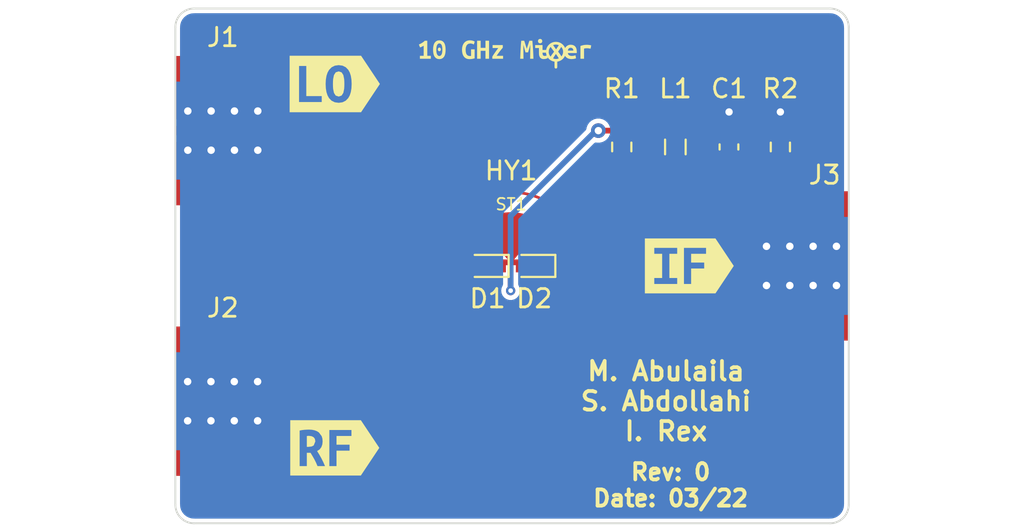
<source format=kicad_pcb>
(kicad_pcb (version 20211014) (generator pcbnew)
  (layers (0 "F.Cu" signal) (1 "In1.Cu" power) (2 "In2.Cu" power) (31 "B.Cu" signal) (34 "B.Paste" user) (35 "F.Paste" user) (36 "B.SilkS" user "B.Silkscreen") (37 "F.SilkS" user "F.Silkscreen") (38 "B.Mask" user) (39 "F.Mask" user) (44 "Edge.Cuts" user))
  (net 0 "")
  (net 1 "/IF_FILTERED")
  (net 2 "GND")
  (net 3 "/IF_UNFILTERED")
  (net 4 "/SUM")
  (net 5 "/DIFF")
  (net 6 "/RF")
  (net 7 "/LO")
  (net 8 "Net-(L1-Pad1)")
  (footprint "irex_Connector_Coaxial:SMA_Cinch_142-0761-861_EdgeMount" (layer "F.Cu") (at 78.221688 111.76 90)
    (fp_text reference "J2" (at 5.08 2.042312 unlocked) (layer "F.SilkS"))
    (fp_text value "SMA")
    (pad "1" smd rect (at 0 0 90) (size 0.508 1.016) (layers "F.Cu" "F.Mask") (net 6 "/RF"))
    (pad "2" smd rect (at -2.34061 2.2606 90) (size 3.44932 5.5372) (layers "F.Cu" "F.Mask") (net 2 "GND"))
    (pad "2" smd rect (at 2.34061 2.2606 90) (size 3.44932 5.5372) (layers "F.Cu" "F.Mask") (net 2 "GND"))
    (pad "2" thru_hole circle (at 1.0668 1.397 90) (size 0.762 0.762) (drill 0.4064) (layers *.Cu *.Mask) (net 2 "GND"))
    (pad "2" thru_hole circle (at 1.0668 0.127 90) (size 0.762 0.762) (drill 0.4064) (layers *.Cu *.Mask) (net 2 "GND"))
    (pad "2" thru_hole circle (at -1.0668 2.667 90) (size 0.762 0.762) (drill 0.4064) (layers *.Cu *.Mask) (net 2 "GND"))
    (pad "2" thru_hole circle (at -1.0668 1.397 90) (size 0.762 0.762) (drill 0.4064) (layers *.Cu *.Mask) (net 2 "GND"))
    (pad "2" thru_hole circle (at -1.0668 3.937 90) (size 0.762 0.762) (drill 0.4064) (layers *.Cu *.Mask) (net 2 "GND"))
    (pad "2" thru_hole circle (at 1.0668 3.937 90) (size 0.762 0.762) (drill 0.4064) (layers *.Cu *.Mask) (net 2 "GND"))
    (pad "2" thru_hole circle (at 1.0668 2.667 90) (size 0.762 0.762) (drill 0.4064) (layers *.Cu *.Mask) (net 2 "GND"))
    (pad "2" smd rect (at 0 0.381 90) (size 5.334 1.778) (layers "B.Cu" "B.Mask") (net 2 "GND"))
    (pad "2" thru_hole circle (at -1.0668 0.127 90) (size 0.762 0.762) (drill 0.4064) (layers *.Cu *.Mask) (net 2 "GND"))
  )
  (footprint "Geometries_MLIN:RadialStub_L99.00mils_TraceWidth13.50mils_Angle80deg" (layer "F.Cu") (at 95.9485 104.047925)
    (fp_text reference "ST1" (at 0.0127 -3.006725) (layer "F.SilkS") (effects (font (size 0.635 0.635) (thickness 0.09525))))
    (fp_text value "10GHz GND" hide)
    (pad "1" smd custom locked (at 0 -0.085725) (size 0.3429 0.17145) (layers "F.Cu") (net 3 "/IF_UNFILTERED") (options (clearance outline) (anchor rect)) (primitives (gr_poly (pts (xy -0.17145 0.085725) (xy -1.787804 -1.84057) (xy -1.634824 -1.960091) (xy -1.47388 -2.068649) (xy -1.305755 -2.165716) (xy -1.131268 -2.250819) (xy -0.95127 -2.323543) (xy -0.766638 -2.383534) (xy -0.578271 -2.430499) (xy -0.387086 -2.46421) (xy -0.194016 -2.484503) (xy 0 -2.491278) (xy 0.194016 -2.484503) (xy 0.387086 -2.46421) (xy 0.578271 -2.430499) (xy 0.766638 -2.383534) (xy 0.95127 -2.323543) (xy 1.131268 -2.250819) (xy 1.305755 -2.165716) (xy 1.47388 -2.068649) (xy 1.634824 -1.960091) (xy 1.787804 -1.84057) (xy 0.17145 0.085725)) (width 0) (fill yes))))
  )
  (footprint "kibuzzard-623945C3" (layer "F.Cu") (at 95.631 92.583)
    (fp_text reference "kibuzzard-623945C3" hide)
    (fp_text value "G***" hide)
    (fp_poly (pts (xy -0.870744 -0.450056) (xy -0.870744 0.532606) (xy -1.066006 0.532606) (xy -1.066006 0.099219) (xy -1.326356 0.099219) (xy -1.326356 0.532606) (xy -1.521619 0.532606) (xy -1.521619 -0.450056) (xy -1.326356 -0.450056) (xy -1.326356 -0.062706) (xy -1.066006 -0.062706) (xy -1.066006 -0.450056) (xy -0.870744 -0.450056)) (layer "F.SilkS") (width 0) (fill solid))
    (fp_poly (pts (xy 2.323306 0.500856) (xy 2.2098 0.53975) (xy 2.112169 0.550069) (xy 2.04212 0.544513) (xy 1.984375 0.527844) (xy 1.901825 0.46355) (xy 1.858169 0.361156) (xy 1.848644 0.296466) (xy 1.845469 0.223044) (xy 1.845469 -0.051594) (xy 1.639094 -0.051594) (xy 1.639094 -0.213519) (xy 2.040731 -0.213519) (xy 2.040731 0.248444) (xy 2.065338 0.347663) (xy 2.147094 0.380206) (xy 2.212181 0.373063) (xy 2.297906 0.343694) (xy 2.323306 0.500856)) (layer "F.SilkS") (width 0) (fill solid))
    (fp_poly (pts (xy 3.218656 0.165894) (xy 3.718719 0.088106) (xy 3.710781 0.030163) (xy 3.685381 -0.019844) (xy 3.640931 -0.055563) (xy 3.574256 -0.069056) (xy 3.508375 -0.056356) (xy 3.462338 -0.021431) (xy 3.433763 0.029369) (xy 3.420269 0.088106) (xy 3.718719 0.088106) (xy 3.218656 0.165894) (xy 3.226197 0.073422) (xy 3.248819 -0.007144) (xy 3.283744 -0.075605) (xy 3.328194 -0.131763) (xy 3.380978 -0.175617) (xy 3.440906 -0.207169) (xy 3.5052 -0.226219) (xy 3.571081 -0.232569) (xy 3.672328 -0.221721) (xy 3.755937 -0.189177) (xy 3.821906 -0.134938) (xy 3.869531 -0.059884) (xy 3.898106 0.035101) (xy 3.907631 0.150019) (xy 3.906838 0.189706) (xy 3.904456 0.223044) (xy 3.420269 0.223044) (xy 3.43535 0.28833) (xy 3.480594 0.338138) (xy 3.54965 0.369689) (xy 3.636169 0.380206) (xy 3.748088 0.367506) (xy 3.837781 0.342106) (xy 3.864769 0.508794) (xy 3.756819 0.538163) (xy 3.628231 0.550069) (xy 3.537942 0.543917) (xy 3.457575 0.525463) (xy 3.387725 0.494903) (xy 3.328988 0.452438) (xy 3.281958 0.398264) (xy 3.247231 0.332581) (xy 3.2258 0.255191) (xy 3.218656 0.165894)) (layer "F.SilkS") (width 0) (fill solid))
    (fp_poly (pts (xy 2.778919 0.019844) (xy 2.931319 -0.213519) (xy 3.129756 -0.213519) (xy 2.888456 0.145256) (xy 2.963069 0.242888) (xy 3.032919 0.346869) (xy 3.093244 0.446881) (xy 3.139281 0.532606) (xy 2.936081 0.532606) (xy 2.893219 0.456009) (xy 2.850356 0.388144) (xy 2.808684 0.327819) (xy 2.769394 0.273844) (xy 2.72415 0.33655) (xy 2.683669 0.397669) (xy 2.645172 0.461566) (xy 2.605881 0.532606) (xy 2.407444 0.532606) (xy 2.462213 0.439738) (xy 2.5273 0.341313) (xy 2.598738 0.242094) (xy 2.670969 0.148431) (xy 2.409031 -0.213519) (xy 2.613819 -0.213519) (xy 2.778919 0.019844)) (layer "F.SilkS") (width 0) (fill solid))
    (fp_poly (pts (xy -4.429919 0.370681) (xy -4.429919 -0.178594) (xy -4.531519 -0.122238) (xy -4.628356 -0.083344) (xy -4.691856 -0.245269) (xy -4.609306 -0.281781) (xy -4.520406 -0.330994) (xy -4.436269 -0.388144) (xy -4.368006 -0.450056) (xy -4.234656 -0.450056) (xy -4.234656 0.370681) (xy -4.039394 0.370681) (xy -4.039394 0.532606) (xy -4.636294 0.532606) (xy -4.636294 0.370681) (xy -4.429919 0.370681)) (layer "F.SilkS") (width 0) (fill solid))
    (fp_poly (pts (xy -0.123031 -0.070644) (xy -0.186531 0.004763) (xy -0.229592 0.057745) (xy -0.276225 0.116681) (xy -0.324644 0.179983) (xy -0.373063 0.246063) (xy -0.418902 0.310952) (xy -0.459581 0.370681) (xy -0.107156 0.370681) (xy -0.107156 0.532606) (xy -0.692944 0.532606) (xy -0.692944 0.413544) (xy -0.654844 0.352425) (xy -0.613569 0.289719) (xy -0.570706 0.226814) (xy -0.527844 0.1651) (xy -0.485378 0.10537) (xy -0.443706 0.048419) (xy -0.369094 -0.051594) (xy -0.677069 -0.051594) (xy -0.677069 -0.213519) (xy -0.123031 -0.213519) (xy -0.123031 -0.070644)) (layer "F.SilkS") (width 0) (fill solid))
    (fp_poly (pts (xy -3.488531 0.023019) (xy -3.513138 0.096838) (xy -3.575844 0.127794) (xy -3.640931 0.096838) (xy -3.664744 0.023019) (xy -3.640931 -0.051594) (xy -3.575844 -0.083344) (xy -3.513138 -0.051594) (xy -3.488531 0.023019)) (layer "F.SilkS") (width 0) (fill solid))
    (fp_poly (pts (xy -1.891506 -0.302419) (xy -2.008981 -0.277019) (xy -2.087563 -0.206375) (xy -2.132013 -0.098425) (xy -2.142133 -0.032345) (xy -2.145506 0.040481) (xy -2.139333 0.147638) (xy -2.120812 0.234156) (xy -2.089944 0.300038) (xy -2.021284 0.362545) (xy -1.926431 0.383381) (xy -1.888331 0.381794) (xy -1.850231 0.377031) (xy -1.850231 0.018256) (xy -1.654969 0.018256) (xy -1.654969 0.508794) (xy -1.763713 0.537369) (xy -1.84527 0.549275) (xy -1.942306 0.553244) (xy -2.029817 0.545108) (xy -2.1082 0.5207) (xy -2.176661 0.480219) (xy -2.234406 0.423863) (xy -2.280841 0.351631) (xy -2.315369 0.263525) (xy -2.3368 0.159742) (xy -2.343944 0.040481) (xy -2.335609 -0.077589) (xy -2.310606 -0.180975) (xy -2.271316 -0.26928) (xy -2.220119 -0.342106) (xy -2.157809 -0.399058) (xy -2.085181 -0.439738) (xy -2.004616 -0.464145) (xy -1.918494 -0.472281) (xy -1.8161 -0.46355) (xy -1.737519 -0.443706) (xy -1.68275 -0.419894) (xy -1.650206 -0.400844) (xy -1.701006 -0.245269) (xy -1.786731 -0.284956) (xy -1.891506 -0.302419)) (layer "F.SilkS") (width 0) (fill solid))
    (fp_poly (pts (xy 1.043781 -0.450056) (xy 1.071563 -0.364331) (xy 1.107281 -0.251619) (xy 1.145381 -0.129381) (xy 1.181894 -0.015081) (xy 1.221581 -0.136525) (xy 1.261269 -0.257175) (xy 1.296194 -0.365919) (xy 1.324769 -0.450056) (xy 1.486694 -0.450056) (xy 1.497608 -0.323056) (xy 1.508125 -0.199231) (xy 1.51765 -0.077589) (xy 1.525588 0.042863) (xy 1.532136 0.163116) (xy 1.537494 0.284163) (xy 1.541859 0.406995) (xy 1.545431 0.532606) (xy 1.366044 0.532606) (xy 1.375569 -0.230981) (xy 1.254919 0.184944) (xy 1.112044 0.184944) (xy 0.996156 -0.230981) (xy 1.004094 0.532606) (xy 0.824706 0.532606) (xy 0.829667 0.409575) (xy 0.835025 0.281781) (xy 0.84078 0.152003) (xy 0.846931 0.023019) (xy 0.853877 -0.103584) (xy 0.862013 -0.226219) (xy 0.871339 -0.342503) (xy 0.881856 -0.450056) (xy 1.043781 -0.450056)) (layer "F.SilkS") (width 0) (fill solid))
    (fp_poly (pts (xy 4.656931 -0.015081) (xy 4.611688 -0.024606) (xy 4.558506 -0.033338) (xy 4.506119 -0.038894) (xy 4.463256 -0.040481) (xy 4.382294 -0.036513) (xy 4.301331 -0.021431) (xy 4.301331 0.532606) (xy 4.104481 0.532606) (xy 4.104481 -0.164306) (xy 4.183261 -0.190103) (xy 4.264025 -0.210344) (xy 4.352727 -0.223441) (xy 4.455319 -0.227806) (xy 4.500563 -0.226219) (xy 4.563269 -0.220663) (xy 4.630738 -0.211138) (xy 4.691856 -0.196056) (xy 4.656931 -0.015081)) (layer "F.SilkS") (width 0) (fill solid))
    (fp_poly (pts (xy 2.032794 -0.427831) (xy 1.996281 -0.337344) (xy 1.908969 -0.304006) (xy 1.82245 -0.337344) (xy 1.786731 -0.427831) (xy 1.82245 -0.519906) (xy 1.908969 -0.553244) (xy 1.996281 -0.519906) (xy 2.032794 -0.427831)) (layer "F.SilkS") (width 0) (fill solid))
    (fp_poly (pts (xy -3.236119 0.038894) (xy -3.412331 0.038894) (xy -3.417006 -0.064382) (xy -3.431028 -0.149842) (xy -3.4544 -0.217488) (xy -3.506192 -0.283567) (xy -3.577431 -0.305594) (xy -3.647678 -0.283567) (xy -3.699669 -0.217488) (xy -3.723481 -0.149842) (xy -3.737769 -0.064382) (xy -3.742531 0.038894) (xy -3.737769 0.143051) (xy -3.723481 0.229041) (xy -3.699669 0.296863) (xy -3.647678 0.362942) (xy -3.577431 0.384969) (xy -3.506192 0.362942) (xy -3.4544 0.296863) (xy -3.431028 0.229041) (xy -3.417006 0.143051) (xy -3.412331 0.038894) (xy -3.236119 0.038894) (xy -3.241576 0.160734) (xy -3.257947 0.265906) (xy -3.285232 0.354409) (xy -3.323431 0.426244) (xy -3.390459 0.496799) (xy -3.475126 0.539133) (xy -3.577431 0.553244) (xy -3.679737 0.539133) (xy -3.764403 0.496799) (xy -3.831431 0.426244) (xy -3.86963 0.354409) (xy -3.896916 0.265906) (xy -3.913287 0.160734) (xy -3.918744 0.038894) (xy -3.913188 -0.081558) (xy -3.896519 -0.185738) (xy -3.868738 -0.273645) (xy -3.829844 -0.345281) (xy -3.762287 -0.415837) (xy -3.678149 -0.45817) (xy -3.577431 -0.472281) (xy -3.475126 -0.458258) (xy -3.390459 -0.41619) (xy -3.323431 -0.346075) (xy -3.285232 -0.274687) (xy -3.257947 -0.18673) (xy -3.241576 -0.082203) (xy -3.236119 0.038894)) (layer "F.SilkS") (width 0) (fill solid))
  )
  (footprint "Capacitor_SMD:C_0603_1608Metric" (layer "F.Cu") (at 107.823 97.917 90)
    (fp_text reference "C1" (at 3.175 0.004668 180) (layer "F.SilkS"))
    (fp_text value "C")
    (fp_line (start -0.14058 -0.51) (end 0.14058 -0.51) (layer "F.SilkS") (width 0.12))
    (fp_line (start -0.14058 0.51) (end 0.14058 0.51) (layer "F.SilkS") (width 0.12))
    (pad "1" smd roundrect (at -0.775 0 90) (size 0.9 0.95) (layers "F.Cu" "F.Paste" "F.Mask") (net 1 "/IF_FILTERED"))
    (pad "2" smd roundrect (at 0.775 0 90) (size 0.9 0.95) (layers "F.Cu" "F.Paste" "F.Mask") (net 2 "GND"))
  )
  (footprint "irex_Connector_Coaxial:SMA_Cinch_142-0761-861_EdgeMount" (layer "F.Cu") (at 78.232 97.028 90)
    (fp_text reference "J1" (at 5.08 2.032 unlocked) (layer "F.SilkS"))
    (fp_text value "SMA")
    (pad "1" smd rect (at 0 0 90) (size 0.508 1.016) (layers "F.Cu" "F.Mask") (net 7 "/LO"))
    (pad "2" thru_hole circle (at -1.0668 0.127 90) (size 0.762 0.762) (drill 0.4064) (layers *.Cu *.Mask) (net 2 "GND"))
    (pad "2" thru_hole circle (at -1.0668 3.937 90) (size 0.762 0.762) (drill 0.4064) (layers *.Cu *.Mask) (net 2 "GND"))
    (pad "2" smd rect (at 2.34061 2.2606 90) (size 3.44932 5.5372) (layers "F.Cu" "F.Mask") (net 2 "GND"))
    (pad "2" thru_hole circle (at 1.0668 2.667 90) (size 0.762 0.762) (drill 0.4064) (layers *.Cu *.Mask) (net 2 "GND"))
    (pad "2" thru_hole circle (at 1.0668 3.937 90) (size 0.762 0.762) (drill 0.4064) (layers *.Cu *.Mask) (net 2 "GND"))
    (pad "2" thru_hole circle (at -1.0668 2.667 90) (size 0.762 0.762) (drill 0.4064) (layers *.Cu *.Mask) (net 2 "GND"))
    (pad "2" smd rect (at 0 0.381 90) (size 5.334 1.778) (layers "B.Cu" "B.Mask") (net 2 "GND"))
    (pad "2" thru_hole circle (at -1.0668 1.397 90) (size 0.762 0.762) (drill 0.4064) (layers *.Cu *.Mask) (net 2 "GND"))
    (pad "2" thru_hole circle (at 1.0668 0.127 90) (size 0.762 0.762) (drill 0.4064) (layers *.Cu *.Mask) (net 2 "GND"))
    (pad "2" thru_hole circle (at 1.0668 1.397 90) (size 0.762 0.762) (drill 0.4064) (layers *.Cu *.Mask) (net 2 "GND"))
    (pad "2" smd rect (at -2.34061 2.2606 90) (size 3.44932 5.5372) (layers "F.Cu" "F.Mask") (net 2 "GND"))
  )
  (footprint "Diode_SMD:D_SOD-523" (layer "F.Cu") (at 97.2185 104.394 180)
    (fp_text reference "D2" (at 0 -1.778) (layer "F.SilkS"))
    (fp_text value "SMS7621-079LF")
    (fp_line (start 0.7 0.6) (end -1.15 0.6) (layer "F.SilkS") (width 0.12))
    (fp_line (start -1.15 -0.6) (end -1.15 0.6) (layer "F.SilkS") (width 0.12))
    (fp_line (start 0.7 -0.6) (end -1.15 -0.6) (layer "F.SilkS") (width 0.12))
    (pad "1" smd rect (at -0.7 0) (size 0.6 0.7) (layers "F.Cu" "F.Paste" "F.Mask") (net 5 "/DIFF"))
    (pad "2" smd rect (at 0.7 0) (size 0.6 0.7) (layers "F.Cu" "F.Paste" "F.Mask") (net 3 "/IF_UNFILTERED"))
  )
  (footprint "Geometries_MLIN:RatRaceCoupler_Radius158.00mils_TraceWidth5.90mils" (layer "F.Cu") (at 95.9485 104.394 -30)
    (fp_text reference "HY1" (at -2.579801 -4.493747) (layer "F.SilkS"))
    (fp_text value "10GHz Rat Race")
    (fp_circle (center 0 0) (end 4.0132 0) (layer "F.Cu") (width 0.14986) (fill none))
    (pad "1" smd circle locked (at -4.0132 0 330) (size 0.14986 0.14986) (layers "F.Cu") (net 7 "/LO"))
    (pad "2" smd circle locked (at -2.0066 3.475533 330) (size 0.14986 0.14986) (layers "F.Cu") (net 4 "/SUM"))
    (pad "3" smd circle locked (at 2.0066 3.475533 330) (size 0.14986 0.14986) (layers "F.Cu") (net 6 "/RF"))
    (pad "4" smd circle locked (at 4.0132 0 330) (size 0.14986 0.14986) (layers "F.Cu") (net 5 "/DIFF"))
  )
  (footprint "kibuzzard-623F2807" (layer "F.Cu") (at 86.36 114.3)
    (fp_text reference "kibuzzard-623F2807" hide)
    (fp_text value "G***" hide)
    (fp_poly (pts (xy -1.911835 -1.506405) (xy -1.403835 -0.993775) (xy -1.243498 -0.98425) (xy -1.099035 -0.955675) (xy -0.972035 -0.907256) (xy -0.864085 -0.8382) (xy -0.713273 -0.636588) (xy -0.673982 -0.503634) (xy -0.660885 -0.34925) (xy -0.678348 -0.185738) (xy -0.730735 -0.0381) (xy -0.823604 0.084931) (xy -0.96251 0.174625) (xy -0.29576 0.993775) (xy -0.29576 -0.97155) (xy 0.907565 -0.97155) (xy 0.907565 -0.6477) (xy 0.094765 -0.6477) (xy 0.094765 -0.17145) (xy 0.805965 -0.17145) (xy 0.805965 0.1524) (xy 0.094765 0.1524) (xy 0.094765 0.993775) (xy -0.29576 0.993775) (xy -0.96251 0.174625) (xy -0.84821 0.357188) (xy -0.730735 0.566738) (xy -0.621198 0.785813) (xy -0.53071 0.993775) (xy -0.940285 0.993775) (xy -1.019263 0.806847) (xy -1.110148 0.627063) (xy -1.210557 0.449659) (xy -1.31811 0.269875) (xy -1.52131 0.269875) (xy -1.52131 0.993775) (xy -1.911835 0.993775) (xy -1.911835 -0.942975) (xy -1.786423 -0.966788) (xy -1.64831 -0.982663) (xy -1.51496 -0.9906) (xy -1.403835 -0.993775) (xy -1.911835 -1.506405) (xy -2.424465 -1.506405) (xy -2.424465 1.506405) (xy -1.911835 1.506405) (xy 0.907565 1.506405) (xy 1.420195 1.506405) (xy 2.424465 0) (xy 1.420195 -1.506405) (xy 0.907565 -1.506405) (xy -1.911835 -1.506405)) (layer "F.SilkS") (width 0) (fill solid))
    (fp_poly (pts (xy -1.05776 -0.352425) (xy -1.081573 -0.487363) (xy -1.15301 -0.581025) (xy -1.263341 -0.635794) (xy -1.403835 -0.65405) (xy -1.45781 -0.652463) (xy -1.52131 -0.644525) (xy -1.52131 -0.053975) (xy -1.435585 -0.053975) (xy -1.263341 -0.073422) (xy -1.14666 -0.131763) (xy -1.05776 -0.352425)) (layer "F.SilkS") (width 0) (fill solid))
  )
  (footprint "kibuzzard-62394568" (layer "F.Cu") (at 105.664 104.394)
    (fp_text reference "kibuzzard-62394568" hide)
    (fp_text value "G***" hide)
    (fp_poly (pts (xy -1.908131 -1.495293) (xy -1.908131 -0.982663) (xy -0.660356 -0.982663) (xy -0.660356 -0.658813) (xy -1.085806 -0.658813) (xy -1.085806 0.658813) (xy -0.660356 0.658813) (xy -0.292056 0.982663) (xy -0.292056 -0.982663) (xy 0.911269 -0.982663) (xy 0.911269 -0.658813) (xy 0.098469 -0.658813) (xy 0.098469 -0.182563) (xy 0.809669 -0.182563) (xy 0.809669 0.141288) (xy 0.098469 0.141288) (xy 0.098469 0.982663) (xy -0.292056 0.982663) (xy -0.660356 0.658813) (xy -0.660356 0.982663) (xy -1.908131 0.982663) (xy -1.908131 0.658813) (xy -1.479506 0.658813) (xy -1.479506 -0.658813) (xy -1.908131 -0.658813) (xy -1.908131 -0.982663) (xy -1.908131 -1.495293) (xy -2.420761 -1.495293) (xy -2.420761 1.495293) (xy -1.908131 1.495293) (xy 0.911269 1.495293) (xy 1.423899 1.495293) (xy 2.420761 0) (xy 1.423899 -1.495293) (xy 0.911269 -1.495293) (xy -1.908131 -1.495293)) (layer "F.SilkS") (width 0) (fill solid))
  )
  (footprint "Resistor_SMD:R_0603_1608Metric" (layer "F.Cu") (at 101.985668 97.917 -90)
    (fp_text reference "R1" (at -3.175 0 180) (layer "F.SilkS"))
    (fp_text value "R")
    (fp_line (start -0.237258 -0.5225) (end 0.237258 -0.5225) (layer "F.SilkS") (width 0.12))
    (fp_line (start -0.237258 0.5225) (end 0.237258 0.5225) (layer "F.SilkS") (width 0.12))
    (pad "1" smd roundrect (at -0.825 0 270) (size 0.8 0.95) (layers "F.Cu" "F.Paste" "F.Mask") (net 3 "/IF_UNFILTERED"))
    (pad "2" smd roundrect (at 0.825 0 270) (size 0.8 0.95) (layers "F.Cu" "F.Paste" "F.Mask") (net 8 "Net-(L1-Pad1)"))
  )
  (footprint "Resistor_SMD:R_0603_1608Metric" (layer "F.Cu") (at 110.621668 97.917 -90)
    (fp_text reference "R2" (at -3.175 0 180) (layer "F.SilkS"))
    (fp_text value "R")
    (fp_line (start -0.237258 0.5225) (end 0.237258 0.5225) (layer "F.SilkS") (width 0.12))
    (fp_line (start -0.237258 -0.5225) (end 0.237258 -0.5225) (layer "F.SilkS") (width 0.12))
    (pad "1" smd roundrect (at -0.825 0 270) (size 0.8 0.95) (layers "F.Cu" "F.Paste" "F.Mask") (net 2 "GND"))
    (pad "2" smd roundrect (at 0.825 0 270) (size 0.8 0.95) (layers "F.Cu" "F.Paste" "F.Mask") (net 1 "/IF_FILTERED"))
  )
  (footprint "Diode_SMD:D_SOD-523" (layer "F.Cu") (at 94.6785 104.394 180)
    (fp_text reference "D1" (at 0 -1.778) (layer "F.SilkS"))
    (fp_text value "SMS7621-079LF")
    (fp_line (start 0.7 -0.6) (end -1.15 -0.6) (layer "F.SilkS") (width 0.12))
    (fp_line (start 0.7 0.6) (end -1.15 0.6) (layer "F.SilkS") (width 0.12))
    (fp_line (start -1.15 -0.6) (end -1.15 0.6) (layer "F.SilkS") (width 0.12))
    (pad "1" smd rect (at -0.7 0) (size 0.6 0.7) (layers "F.Cu" "F.Paste" "F.Mask") (net 3 "/IF_UNFILTERED"))
    (pad "2" smd rect (at 0.7 0) (size 0.6 0.7) (layers "F.Cu" "F.Paste" "F.Mask") (net 4 "/SUM"))
  )
  (footprint "Inductor_SMD:L_0805_2012Metric" (layer "F.Cu") (at 104.904334 97.917 -90)
    (fp_text reference "L1" (at -3.175 -0.002334 180) (layer "F.SilkS"))
    (fp_text value "L")
    (fp_line (start -0.399622 -0.56) (end 0.399622 -0.56) (layer "F.SilkS") (width 0.12))
    (fp_line (start -0.399622 0.56) (end 0.399622 0.56) (layer "F.SilkS") (width 0.12))
    (pad "1" smd roundrect (at -1.0625 0 270) (size 0.875 1.2) (layers "F.Cu" "F.Paste" "F.Mask") (net 8 "Net-(L1-Pad1)"))
    (pad "2" smd roundrect (at 1.0625 0 270) (size 0.875 1.2) (layers "F.Cu" "F.Paste" "F.Mask") (net 1 "/IF_FILTERED"))
  )
  (footprint "kibuzzard-623F27F5" (layer "F.Cu") (at 86.36 94.488)
    (fp_text reference "kibuzzard-623F27F5" hide)
    (fp_text value "G***" hide)
    (fp_poly (pts (xy -0.099968 0) (xy -0.09719 0.138509) (xy -0.088856 0.268288) (xy -0.044406 0.485775) (xy 0.049257 0.631825) (xy 0.211182 0.6858) (xy 0.371519 0.631825) (xy 0.466769 0.484188) (xy 0.511219 0.2667) (xy 0.519553 0.138113) (xy 0.522332 0) (xy 0.519553 -0.138509) (xy 0.511219 -0.268288) (xy 0.466769 -0.485775) (xy 0.373107 -0.631825) (xy 0.211182 -0.6858) (xy 0.049257 -0.631825) (xy -0.044406 -0.484188) (xy -0.088856 -0.2667) (xy -0.09719 -0.138113) (xy -0.099968 0)) (layer "F.SilkS") (width 0) (fill solid))
    (fp_poly (pts (xy -1.944643 -1.538155) (xy -1.944643 -0.981075) (xy -1.550943 -0.981075) (xy -1.550943 0.6604) (xy -0.709568 0.6604) (xy -0.709568 0.98425) (xy -0.496843 0) (xy -0.485136 -0.238423) (xy -0.450012 -0.445691) (xy -0.391473 -0.621804) (xy -0.309518 -0.766763) (xy -0.168407 -0.910519) (xy 0.005159 -0.996774) (xy 0.211182 -1.025525) (xy 0.423554 -0.996774) (xy 0.599237 -0.910519) (xy 0.738232 -0.766763) (xy 0.817408 -0.621804) (xy 0.873963 -0.445691) (xy 0.907896 -0.238423) (xy 0.919207 0) (xy 0.907697 0.238423) (xy 0.873169 0.445691) (xy 0.815622 0.621804) (xy 0.735057 0.766763) (xy 0.595357 0.910519) (xy 0.42179 0.996774) (xy 0.214357 1.025525) (xy 0.001808 0.996774) (xy -0.174405 0.910519) (xy -0.314281 0.766763) (xy -0.394152 0.621804) (xy -0.451203 0.445691) (xy -0.485433 0.238423) (xy -0.496843 0) (xy -0.709568 0.98425) (xy -1.944643 0.98425) (xy -1.944643 -0.981075) (xy -1.944643 -1.538155) (xy -2.457274 -1.538155) (xy -2.457274 1.538155) (xy -1.944643 1.538155) (xy 0.919207 1.538155) (xy 1.431837 1.538155) (xy 2.457274 0) (xy 1.431837 -1.538155) (xy 0.919207 -1.538155) (xy -1.944643 -1.538155)) (layer "F.SilkS") (width 0) (fill solid))
  )
  (footprint "irex_Connector_Coaxial:SMA_Cinch_142-0761-861_EdgeMount" (layer "F.Cu") (at 113.802312 104.394 -90)
    (fp_text reference "J3" (at -4.953 0.7723 unlocked) (layer "F.SilkS"))
    (fp_text value "SMA")
    (pad "1" smd rect (at 0 0 270) (size 0.508 1.016) (layers "F.Cu" "F.Mask") (net 1 "/IF_FILTERED"))
    (pad "2" thru_hole circle (at 1.0668 3.937 270) (size 0.762 0.762) (drill 0.4064) (layers *.Cu *.Mask) (net 2 "GND"))
    (pad "2" smd rect (at 2.34061 2.2606 270) (size 3.44932 5.5372) (layers "F.Cu" "F.Mask") (net 2 "GND"))
    (pad "2" thru_hole circle (at -1.0668 0.127 270) (size 0.762 0.762) (drill 0.4064) (layers *.Cu *.Mask) (net 2 "GND"))
    (pad "2" thru_hole circle (at 1.0668 0.127 270) (size 0.762 0.762) (drill 0.4064) (layers *.Cu *.Mask) (net 2 "GND"))
    (pad "2" thru_hole circle (at 1.0668 2.667 270) (size 0.762 0.762) (drill 0.4064) (layers *.Cu *.Mask) (net 2 "GND"))
    (pad "2" smd rect (at -2.34061 2.2606 270) (size 3.44932 5.5372) (layers "F.Cu" "F.Mask") (net 2 "GND"))
    (pad "2" thru_hole circle (at -1.0668 2.667 270) (size 0.762 0.762) (drill 0.4064) (layers *.Cu *.Mask) (net 2 "GND"))
    (pad "2" smd rect (at 0 0.381 270) (size 5.334 1.778) (layers "B.Cu" "B.Mask") (net 2 "GND"))
    (pad "2" thru_hole circle (at -1.0668 3.937 270) (size 0.762 0.762) (drill 0.4064) (layers *.Cu *.Mask) (net 2 "GND"))
    (pad "2" thru_hole circle (at 1.0668 1.397 270) (size 0.762 0.762) (drill 0.4064) (layers *.Cu *.Mask) (net 2 "GND"))
    (pad "2" thru_hole circle (at -1.0668 1.397 270) (size 0.762 0.762) (drill 0.4064) (layers *.Cu *.Mask) (net 2 "GND"))
  )
  (gr_line (start 98.3996 93.202373) (end 98.3996 93.5736) (layer "F.SilkS") (width 0.15))
  (gr_circle (center 98.3996 92.7354) (end 98.7298 93.0656) (layer "F.SilkS") (width 0.15) (fill none))
  (gr_line (start 97.932627 92.71) (end 97.663 92.71) (layer "F.SilkS") (width 0.15))
  (gr_arc (start 77.68042 91.39642) (mid 77.978 90.678) (end 78.69642 90.38042) (layer "Edge.Cuts") (width 0.1))
  (gr_line (start 78.69642 90.38042) (end 113.32758 90.38042) (layer "Edge.Cuts") (width 0.1))
  (gr_arc (start 114.34358 117.39158) (mid 114.046 118.11) (end 113.32758 118.40758) (layer "Edge.Cuts") (width 0.1))
  (gr_line (start 114.34358 91.39642) (end 114.34358 117.39158) (layer "Edge.Cuts") (width 0.1))
  (gr_arc (start 113.32758 90.38042) (mid 114.046 90.678) (end 114.34358 91.39642) (layer "Edge.Cuts") (width 0.1))
  (gr_arc (start 78.69642 118.40758) (mid 77.978 118.11) (end 77.68042 117.39158) (layer "Edge.Cuts") (width 0.1))
  (gr_line (start 113.32758 118.40758) (end 78.69642 118.40758) (layer "Edge.Cuts") (width 0.1))
  (gr_line (start 77.68042 117.39158) (end 77.68042 91.39642) (layer "Edge.Cuts") (width 0.1))
  (gr_text "M. Abulaila\nS. Abdollahi\nI. Rex" (at 104.394 111.76) (layer "F.SilkS") (effects (font (size 1.016 1.016) (thickness 0.2032))))
  (gr_text "Rev: 0\nDate: 03/22" (at 104.648 116.332) (layer "F.SilkS") (effects (font (size 0.889 0.889) (thickness 0.2032))))
  (segment (start 107.873 98.742) (end 107.823 98.692) (width 0.254) (layer "F.Cu") (net 1))
  (segment (start 113.6753 104.394) (end 108.204 104.394) (width 0.254) (layer "F.Cu") (net 1))
  (segment (start 104.904334 101.094334) (end 104.904334 98.9795) (width 0.254) (layer "F.Cu") (net 1))
  (segment (start 104.904334 98.9795) (end 107.5355 98.9795) (width 0.254) (layer "F.Cu") (net 1))
  (segment (start 108.204 104.394) (end 104.904334 101.094334) (width 0.254) (layer "F.Cu") (net 1))
  (segment (start 107.5355 98.9795) (end 107.823 98.692) (width 0.254) (layer "F.Cu") (net 1))
  (segment (start 110.621668 98.742) (end 107.873 98.742) (width 0.254) (layer "F.Cu") (net 1))
  (segment (start 107.823 96.016668) (end 107.827668 96.012) (width 0.254) (layer "F.Cu") (net 2))
  (segment (start 110.621668 97.092) (end 110.621668 96.012) (width 0.254) (layer "F.Cu") (net 2))
  (segment (start 107.823 97.142) (end 107.823 96.016668) (width 0.254) (layer "F.Cu") (net 2))
  (via (at 110.621668 96.012) (size 0.8) (drill 0.4) (layers "F.Cu" "B.Cu") (net 2))
  (via (at 107.827668 96.012) (size 0.8) (drill 0.4) (layers "F.Cu" "B.Cu") (net 2))
  (segment (start 95.3785 104.343351) (end 95.52272 104.199131) (width 0.31242) (layer "F.Cu") (net 3))
  (segment (start 95.9358 105.7402) (end 95.9358 104.270962) (width 0.31242) (layer "F.Cu") (net 3))
  (segment (start 95.9485 103.9622) (end 95.9485 104.14) (width 0.31242) (layer "F.Cu") (net 3))
  (segment (start 95.9485 104.14) (end 96.007631 104.199131) (width 0.31242) (layer "F.Cu") (net 3))
  (segment (start 96.323631 104.199131) (end 96.5185 104.394) (width 0.31242) (layer "F.Cu") (net 3))
  (segment (start 96.007631 104.199131) (end 96.323631 104.199131) (width 0.31242) (layer "F.Cu") (net 3))
  (segment (start 101.921668 97.028) (end 101.985668 97.092) (width 0.31242) (layer "F.Cu") (net 3))
  (segment (start 96.5185 104.394) (end 96.5185 104.292634) (width 0.31242) (layer "F.Cu") (net 3))
  (segment (start 95.52272 104.199131) (end 96.007631 104.199131) (width 0.31242) (layer "F.Cu") (net 3))
  (segment (start 95.3785 104.394) (end 95.3785 104.343351) (width 0.31242) (layer "F.Cu") (net 3))
  (segment (start 100.711 97.028) (end 101.921668 97.028) (width 0.31242) (layer "F.Cu") (net 3))
  (segment (start 95.9358 104.270962) (end 96.007631 104.199131) (width 0.31242) (layer "F.Cu") (net 3))
  (via (at 100.711 97.028) (size 0.8) (drill 0.4) (layers "F.Cu" "B.Cu") (net 3))
  (via (at 95.9358 105.7402) (size 0.508) (drill 0.254) (layers "F.Cu" "B.Cu") (net 3))
  (segment (start 95.9358 101.6762) (end 100.584 97.028) (width 0.31242) (layer "B.Cu") (net 3))
  (segment (start 95.9358 105.7402) (end 95.9358 101.6762) (width 0.31242) (layer "B.Cu") (net 3))
  (segment (start 100.584 97.028) (end 100.711 97.028) (width 0.31242) (layer "B.Cu") (net 3))
  (segment (start 93.9785 104.925724) (end 93.9785 104.394) (width 0.31242) (layer "F.Cu") (net 4))
  (segment (start 92.472967 106.4006) (end 92.503624 106.4006) (width 0.127) (layer "F.Cu") (net 4))
  (segment (start 92.543583 106.360641) (end 93.9785 104.925724) (width 0.31242) (layer "F.Cu") (net 4))
  (segment (start 92.503624 106.4006) (end 92.543583 106.360641) (width 0.127) (layer "F.Cu") (net 4))
  (segment (start 97.9185 104.926915) (end 97.9185 104.394) (width 0.31242) (layer "F.Cu") (net 5))
  (segment (start 99.35297 106.361385) (end 97.9185 104.926915) (width 0.31242) (layer "F.Cu") (net 5))
  (segment (start 99.384818 106.361385) (end 99.424033 106.4006) (width 0.127) (layer "F.Cu") (net 5))
  (segment (start 99.35297 106.361385) (end 99.384818 106.361385) (width 0.127) (layer "F.Cu") (net 5))
  (segment (start 93.091 111.76) (end 95.948223 108.902777) (width 0.31242) (layer "F.Cu") (net 6))
  (segment (start 95.948223 108.407477) (end 95.9485 108.4072) (width 0.127) (layer "F.Cu") (net 6))
  (segment (start 95.948223 108.488494) (end 95.948223 108.407477) (width 0.127) (layer "F.Cu") (net 6))
  (segment (start 78.2217 111.76) (end 93.091 111.76) (width 0.31242) (layer "F.Cu") (net 6))
  (segment (start 95.948223 108.902777) (end 95.948223 108.488494) (width 0.31242) (layer "F.Cu") (net 6))
  (segment (start 92.472967 102.3874) (end 92.444477 102.3874) (width 0.127) (layer "F.Cu") (net 7))
  (segment (start 92.444477 102.3874) (end 92.40258 102.345503) (width 0.127) (layer "F.Cu") (net 7))
  (segment (start 87.085077 97.028) (end 92.40258 102.345503) (width 0.31242) (layer "F.Cu") (net 7))
  (segment (start 78.232 97.028) (end 87.085077 97.028) (width 0.31242) (layer "F.Cu") (net 7))
  (segment (start 103.016834 98.742) (end 104.904334 96.8545) (width 0.254) (layer "F.Cu") (net 8))
  (segment (start 101.985668 98.742) (end 103.016834 98.742) (width 0.254) (layer "F.Cu") (net 8))
  (zone (net 2) (net_name "GND") (layers "In1.Cu" "In2.Cu" "B.Cu") (connect_pads (clearance 0.254)) (min_thickness 0.254) (fill yes (thermal_gap 0.508) (thermal_bridge_width 0.508))
    (polygon (pts (xy 114.808 118.872) (xy 77.216 118.872) (xy 77.216 89.916) (xy 114.808 89.916)))
  )
)
</source>
